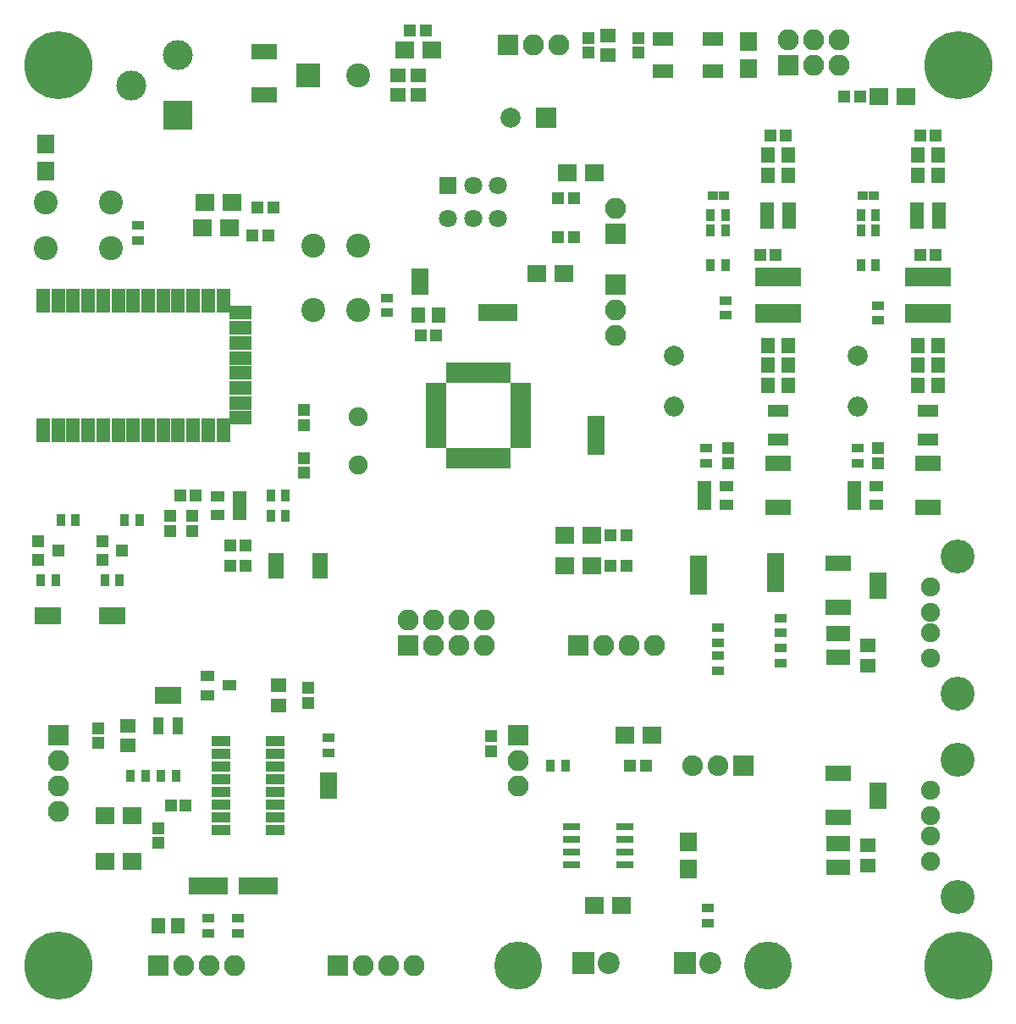
<source format=gbr>
G04 #@! TF.FileFunction,Soldermask,Top*
%FSLAX46Y46*%
G04 Gerber Fmt 4.6, Leading zero omitted, Abs format (unit mm)*
G04 Created by KiCad (PCBNEW 4.0.7) date 06/10/18 15:24:31*
%MOMM*%
%LPD*%
G01*
G04 APERTURE LIST*
%ADD10C,0.100000*%
%ADD11R,2.200000X1.400000*%
%ADD12R,1.400000X2.400000*%
%ADD13R,1.150000X1.200000*%
%ADD14R,1.200000X1.150000*%
%ADD15R,2.430000X1.540000*%
%ADD16R,1.670000X1.370000*%
%ADD17C,1.900000*%
%ADD18C,3.400000*%
%ADD19R,1.460000X1.050000*%
%ADD20R,0.900000X1.300000*%
%ADD21R,1.300000X0.900000*%
%ADD22R,1.460000X0.800000*%
%ADD23R,1.702400X0.752400*%
%ADD24R,3.000000X3.000000*%
%ADD25C,3.000000*%
%ADD26R,2.100000X2.100000*%
%ADD27O,2.100000X2.100000*%
%ADD28R,1.100000X1.700000*%
%ADD29R,2.000000X1.400000*%
%ADD30R,2.200000X2.200000*%
%ADD31C,2.200000*%
%ADD32R,1.650000X1.400000*%
%ADD33R,1.400000X1.650000*%
%ADD34R,2.400000X2.400000*%
%ADD35C,2.400000*%
%ADD36R,1.370000X1.670000*%
%ADD37R,1.300000X1.200000*%
%ADD38R,2.000000X0.950000*%
%ADD39R,0.950000X2.000000*%
%ADD40R,1.800000X1.800000*%
%ADD41C,1.800000*%
%ADD42R,1.000000X0.900000*%
%ADD43R,1.200000X1.200000*%
%ADD44R,4.600000X1.900000*%
%ADD45R,1.900000X1.700000*%
%ADD46R,1.700000X1.900000*%
%ADD47R,2.100000X1.300000*%
%ADD48C,2.000000*%
%ADD49O,2.000000X2.000000*%
%ADD50R,2.076400X2.076400*%
%ADD51C,2.076400*%
%ADD52R,1.950000X1.000000*%
%ADD53R,2.000000X2.000000*%
%ADD54C,6.800000*%
%ADD55R,2.498040X1.598880*%
%ADD56R,1.598880X2.498040*%
%ADD57C,4.800000*%
G04 APERTURE END LIST*
D10*
D11*
X73250000Y-90250000D03*
X73250000Y-88750000D03*
X73250000Y-87250000D03*
X73250000Y-85750000D03*
X73250000Y-84250000D03*
X73250000Y-82750000D03*
X73250000Y-81250000D03*
X73250000Y-79750000D03*
D12*
X53500000Y-91500000D03*
X55000000Y-91500000D03*
X56500000Y-91500000D03*
X58000000Y-91500000D03*
X59500000Y-91500000D03*
X61000000Y-91500000D03*
X62500000Y-91500000D03*
X64000000Y-91500000D03*
X65500000Y-91500000D03*
X67000000Y-91500000D03*
X68500000Y-91500000D03*
X70000000Y-91500000D03*
X71500000Y-91500000D03*
X71500000Y-78500000D03*
X70000000Y-78500000D03*
X68500000Y-78500000D03*
X67000000Y-78500000D03*
X65500000Y-78500000D03*
X64000000Y-78500000D03*
X62500000Y-78500000D03*
X61000000Y-78500000D03*
X59500000Y-78500000D03*
X58000000Y-78500000D03*
X56500000Y-78500000D03*
X55000000Y-78500000D03*
X53500000Y-78500000D03*
D13*
X108000000Y-52250000D03*
X108000000Y-53750000D03*
X113000000Y-52250000D03*
X113000000Y-53750000D03*
D14*
X127750000Y-62000000D03*
X126250000Y-62000000D03*
X126750000Y-74000000D03*
X125250000Y-74000000D03*
D13*
X59000000Y-122750000D03*
X59000000Y-121250000D03*
D14*
X66250000Y-129000000D03*
X67750000Y-129000000D03*
D13*
X65000000Y-132750000D03*
X65000000Y-131250000D03*
D14*
X142750000Y-62000000D03*
X141250000Y-62000000D03*
X142750000Y-74000000D03*
X141250000Y-74000000D03*
D13*
X137000000Y-93250000D03*
X137000000Y-94750000D03*
X122000000Y-93250000D03*
X122000000Y-94750000D03*
D15*
X133000000Y-111800000D03*
X133000000Y-114200000D03*
X133000000Y-132800000D03*
X133000000Y-135200000D03*
D16*
X82000000Y-126360000D03*
X82000000Y-127640000D03*
D17*
X142240000Y-107190000D03*
X142240000Y-109730000D03*
X142240000Y-111760000D03*
X142240000Y-114300000D03*
D18*
X144910000Y-104140000D03*
X144910000Y-117860000D03*
D17*
X142240000Y-127510000D03*
X142240000Y-130050000D03*
X142240000Y-132080000D03*
X142240000Y-134620000D03*
D18*
X144910000Y-124460000D03*
X144910000Y-138180000D03*
D19*
X69900000Y-116050000D03*
X72100000Y-117000000D03*
X69900000Y-117950000D03*
D20*
X121750000Y-75000000D03*
X120250000Y-75000000D03*
D21*
X121750000Y-80000000D03*
X121750000Y-78500000D03*
D20*
X121750000Y-71500000D03*
X120250000Y-71500000D03*
X120250000Y-70000000D03*
X121750000Y-70000000D03*
X66750000Y-126000000D03*
X65250000Y-126000000D03*
X63750000Y-126000000D03*
X62250000Y-126000000D03*
D21*
X82000000Y-122250000D03*
X82000000Y-123750000D03*
X63000000Y-72500000D03*
X63000000Y-71000000D03*
D20*
X105750000Y-125000000D03*
X104250000Y-125000000D03*
D21*
X120000000Y-140750000D03*
X120000000Y-139250000D03*
D20*
X136750000Y-75000000D03*
X135250000Y-75000000D03*
D21*
X137000000Y-80500000D03*
X137000000Y-79000000D03*
D20*
X136750000Y-71500000D03*
X135250000Y-71500000D03*
X135250000Y-70000000D03*
X136750000Y-70000000D03*
D21*
X119750000Y-93250000D03*
X119750000Y-94750000D03*
X134950000Y-93250000D03*
X134950000Y-94750000D03*
D22*
X128100000Y-70980000D03*
X128100000Y-70330000D03*
X128100000Y-69670000D03*
X128100000Y-69020000D03*
X125900000Y-69020000D03*
X125900000Y-69670000D03*
X125900000Y-70330000D03*
X125900000Y-70980000D03*
D23*
X106300000Y-131095000D03*
X106300000Y-132365000D03*
X106300000Y-133635000D03*
X106300000Y-134905000D03*
X111700000Y-134905000D03*
X111700000Y-133635000D03*
X111700000Y-132365000D03*
X111700000Y-131095000D03*
D22*
X143100000Y-70980000D03*
X143100000Y-70330000D03*
X143100000Y-69670000D03*
X143100000Y-69020000D03*
X140900000Y-69020000D03*
X140900000Y-69670000D03*
X140900000Y-70330000D03*
X140900000Y-70980000D03*
D13*
X80000000Y-117250000D03*
X80000000Y-118750000D03*
D24*
X67000000Y-60000000D03*
D25*
X67000000Y-54000000D03*
X62300000Y-57000000D03*
D26*
X65000000Y-145000000D03*
D27*
X67540000Y-145000000D03*
X70080000Y-145000000D03*
X72620000Y-145000000D03*
D26*
X90000000Y-113000000D03*
D27*
X90000000Y-110460000D03*
X92540000Y-113000000D03*
X92540000Y-110460000D03*
X95080000Y-113000000D03*
X95080000Y-110460000D03*
X97620000Y-113000000D03*
X97620000Y-110460000D03*
D28*
X65050000Y-121000000D03*
X66950000Y-121000000D03*
D21*
X121000000Y-111250000D03*
X121000000Y-112750000D03*
X121000000Y-114000000D03*
X121000000Y-115500000D03*
X127250000Y-110250000D03*
X127250000Y-111750000D03*
X127250000Y-113250000D03*
X127250000Y-114750000D03*
D29*
X120500000Y-55600000D03*
X120500000Y-52400000D03*
X115500000Y-55600000D03*
X115500000Y-52400000D03*
D26*
X100000000Y-53000000D03*
D27*
X102540000Y-53000000D03*
X105080000Y-53000000D03*
D30*
X107520000Y-144780000D03*
D31*
X110060000Y-144780000D03*
D30*
X117680000Y-144780000D03*
D31*
X120220000Y-144780000D03*
D32*
X89000000Y-56000000D03*
X89000000Y-58000000D03*
X91000000Y-56000000D03*
X91000000Y-58000000D03*
X110000000Y-54000000D03*
X110000000Y-52000000D03*
D33*
X67000000Y-141000000D03*
X65000000Y-141000000D03*
X93000000Y-80000000D03*
X91000000Y-80000000D03*
D14*
X91250000Y-82000000D03*
X92750000Y-82000000D03*
D13*
X79600000Y-89450000D03*
X79600000Y-90950000D03*
X79600000Y-95750000D03*
X79600000Y-94250000D03*
D34*
X80000000Y-56000000D03*
D35*
X85000000Y-56000000D03*
D33*
X126000000Y-64000000D03*
X128000000Y-64000000D03*
X126000000Y-66000000D03*
X128000000Y-66000000D03*
X126000000Y-83000000D03*
X128000000Y-83000000D03*
X126000000Y-85000000D03*
X128000000Y-85000000D03*
X126000000Y-87000000D03*
X128000000Y-87000000D03*
D32*
X62000000Y-121000000D03*
X62000000Y-123000000D03*
X77000000Y-117000000D03*
X77000000Y-119000000D03*
X136000000Y-115000000D03*
X136000000Y-113000000D03*
X136000000Y-135000000D03*
X136000000Y-133000000D03*
D33*
X141000000Y-64000000D03*
X143000000Y-64000000D03*
X141000000Y-66000000D03*
X143000000Y-66000000D03*
X141000000Y-83000000D03*
X143000000Y-83000000D03*
X141000000Y-85000000D03*
X143000000Y-85000000D03*
X141000000Y-87000000D03*
X143000000Y-87000000D03*
D14*
X73750000Y-105000000D03*
X72250000Y-105000000D03*
X73750000Y-103000000D03*
X72250000Y-103000000D03*
X68750000Y-98000000D03*
X67250000Y-98000000D03*
D13*
X68400000Y-100050000D03*
X68400000Y-101550000D03*
X66200000Y-100050000D03*
X66200000Y-101550000D03*
D36*
X68730000Y-137000000D03*
X70000000Y-137000000D03*
X71270000Y-137000000D03*
X76270000Y-137000000D03*
X75000000Y-137000000D03*
X73730000Y-137000000D03*
D16*
X108800000Y-90730000D03*
X108800000Y-92000000D03*
X108800000Y-93270000D03*
D36*
X97730000Y-79756000D03*
X99000000Y-79756000D03*
X100270000Y-79756000D03*
D37*
X59400000Y-102550000D03*
X59400000Y-104450000D03*
X61400000Y-103500000D03*
X53000000Y-102550000D03*
X53000000Y-104450000D03*
X55000000Y-103500000D03*
D21*
X70000000Y-141750000D03*
X70000000Y-140250000D03*
X73000000Y-141750000D03*
X73000000Y-140250000D03*
X87884000Y-78244000D03*
X87884000Y-79744000D03*
D20*
X76250000Y-98000000D03*
X77750000Y-98000000D03*
X76250000Y-100000000D03*
X77750000Y-100000000D03*
X59650000Y-106500000D03*
X61150000Y-106500000D03*
X53250000Y-106500000D03*
X54750000Y-106500000D03*
X61650000Y-100500000D03*
X63150000Y-100500000D03*
X55250000Y-100500000D03*
X56750000Y-100500000D03*
D38*
X92750000Y-87200000D03*
X92750000Y-88000000D03*
X92750000Y-88800000D03*
X92750000Y-89600000D03*
X92750000Y-90400000D03*
X92750000Y-91200000D03*
X92750000Y-92000000D03*
X92750000Y-92800000D03*
D39*
X94200000Y-94250000D03*
X95000000Y-94250000D03*
X95800000Y-94250000D03*
X96600000Y-94250000D03*
X97400000Y-94250000D03*
X98200000Y-94250000D03*
X99000000Y-94250000D03*
X99800000Y-94250000D03*
D38*
X101250000Y-92800000D03*
X101250000Y-92000000D03*
X101250000Y-91200000D03*
X101250000Y-90400000D03*
X101250000Y-89600000D03*
X101250000Y-88800000D03*
X101250000Y-88000000D03*
X101250000Y-87200000D03*
D39*
X99800000Y-85750000D03*
X99000000Y-85750000D03*
X98200000Y-85750000D03*
X97400000Y-85750000D03*
X96600000Y-85750000D03*
X95800000Y-85750000D03*
X95000000Y-85750000D03*
X94200000Y-85750000D03*
D19*
X73100000Y-99950000D03*
X73100000Y-99000000D03*
X73100000Y-98050000D03*
X70900000Y-98050000D03*
X70900000Y-99950000D03*
D17*
X85000000Y-95000000D03*
X85000000Y-90120000D03*
D26*
X55000000Y-122000000D03*
D27*
X55000000Y-124540000D03*
X55000000Y-127080000D03*
X55000000Y-129620000D03*
D26*
X110744000Y-76962000D03*
D27*
X110744000Y-79502000D03*
X110744000Y-82042000D03*
D26*
X110744000Y-71882000D03*
D27*
X110744000Y-69342000D03*
D26*
X83000000Y-145000000D03*
D27*
X85540000Y-145000000D03*
X88080000Y-145000000D03*
X90620000Y-145000000D03*
D35*
X80500000Y-73000000D03*
X85000000Y-73000000D03*
X80500000Y-79500000D03*
X85000000Y-79500000D03*
X53750000Y-73250000D03*
X53750000Y-68750000D03*
X60250000Y-73250000D03*
X60250000Y-68750000D03*
D40*
X94000000Y-67000000D03*
D41*
X96500000Y-67000000D03*
X99000000Y-67000000D03*
X94000000Y-70300000D03*
X96500000Y-70300000D03*
X99000000Y-70300000D03*
D26*
X128000000Y-55000000D03*
D27*
X128000000Y-52460000D03*
X130540000Y-55000000D03*
X130540000Y-52460000D03*
X133080000Y-55000000D03*
X133080000Y-52460000D03*
D36*
X61040000Y-110000000D03*
X59760000Y-110000000D03*
X54640000Y-110000000D03*
X53360000Y-110000000D03*
D13*
X98298000Y-122059000D03*
X98298000Y-123559000D03*
D16*
X126750000Y-104480000D03*
X126750000Y-105750000D03*
X126750000Y-107020000D03*
X119000000Y-104730000D03*
X119000000Y-106000000D03*
X119000000Y-107270000D03*
X91200000Y-77240000D03*
X91200000Y-75960000D03*
D26*
X101000000Y-122000000D03*
D27*
X101000000Y-124540000D03*
X101000000Y-127080000D03*
D36*
X66640000Y-118000000D03*
X65360000Y-118000000D03*
D16*
X137000000Y-106360000D03*
X137000000Y-107640000D03*
X137000000Y-127360000D03*
X137000000Y-128640000D03*
D26*
X107000000Y-113000000D03*
D27*
X109540000Y-113000000D03*
X112080000Y-113000000D03*
X114620000Y-113000000D03*
D42*
X121550000Y-68000000D03*
X120450000Y-68000000D03*
X136550000Y-68000000D03*
X135450000Y-68000000D03*
D43*
X133566000Y-58166000D03*
X135166000Y-58166000D03*
X91800000Y-51500000D03*
X90200000Y-51500000D03*
X104950000Y-68250000D03*
X106550000Y-68250000D03*
X105000000Y-72200000D03*
X106600000Y-72200000D03*
X111800000Y-102000000D03*
X110200000Y-102000000D03*
X111800000Y-105000000D03*
X110200000Y-105000000D03*
X74450000Y-72000000D03*
X76050000Y-72000000D03*
X113800000Y-125000000D03*
X112200000Y-125000000D03*
X74950000Y-69250000D03*
X76550000Y-69250000D03*
D44*
X127000000Y-76200000D03*
X127000000Y-79800000D03*
X142000000Y-76200000D03*
X142000000Y-79800000D03*
D45*
X92350000Y-53500000D03*
X89650000Y-53500000D03*
D46*
X124000000Y-55350000D03*
X124000000Y-52650000D03*
D45*
X108600000Y-65750000D03*
X105900000Y-65750000D03*
X105550000Y-75800000D03*
X102850000Y-75800000D03*
D47*
X127000000Y-92450000D03*
X127000000Y-89550000D03*
D45*
X62350000Y-130000000D03*
X59650000Y-130000000D03*
X62350000Y-134600000D03*
X59650000Y-134600000D03*
D47*
X142000000Y-92450000D03*
X142000000Y-89550000D03*
D48*
X116550000Y-84000000D03*
D49*
X116550000Y-89080000D03*
D48*
X134950000Y-84000000D03*
D49*
X134950000Y-89080000D03*
D45*
X108650000Y-139000000D03*
X111350000Y-139000000D03*
X111650000Y-122000000D03*
X114350000Y-122000000D03*
D46*
X118000000Y-135350000D03*
X118000000Y-132650000D03*
X53750000Y-65600000D03*
X53750000Y-62900000D03*
D50*
X123540000Y-125000000D03*
D51*
X121000000Y-125000000D03*
X118460000Y-125000000D03*
D52*
X71300000Y-122555000D03*
X71300000Y-123825000D03*
X71300000Y-125095000D03*
X71300000Y-126365000D03*
X71300000Y-127635000D03*
X71300000Y-128905000D03*
X71300000Y-130175000D03*
X71300000Y-131445000D03*
X76700000Y-131445000D03*
X76700000Y-130175000D03*
X76700000Y-128905000D03*
X76700000Y-127635000D03*
X76700000Y-126365000D03*
X76700000Y-125095000D03*
X76700000Y-123825000D03*
X76700000Y-122555000D03*
D19*
X119650000Y-97050000D03*
X119650000Y-98000000D03*
X119650000Y-98950000D03*
X121850000Y-98950000D03*
X121850000Y-97050000D03*
X134650000Y-97050000D03*
X134650000Y-98000000D03*
X134650000Y-98950000D03*
X136850000Y-98950000D03*
X136850000Y-97050000D03*
D45*
X72100000Y-71250000D03*
X69400000Y-71250000D03*
X72350000Y-68750000D03*
X69650000Y-68750000D03*
X108350000Y-102000000D03*
X105650000Y-102000000D03*
X108350000Y-105000000D03*
X105650000Y-105000000D03*
X137080000Y-58166000D03*
X139780000Y-58166000D03*
D53*
X103750000Y-60250000D03*
D48*
X100250000Y-60250000D03*
D54*
X145000000Y-145000000D03*
X55000000Y-145000000D03*
X145000000Y-55000000D03*
X55000000Y-55000000D03*
D55*
X75600000Y-57999640D03*
X75600000Y-53600360D03*
X127000000Y-99199640D03*
X127000000Y-94800360D03*
X133000000Y-109199640D03*
X133000000Y-104800360D03*
X133000000Y-130199640D03*
X133000000Y-125800360D03*
X142000000Y-99199640D03*
X142000000Y-94800360D03*
D56*
X76800360Y-105000000D03*
X81199640Y-105000000D03*
D57*
X126000000Y-145000000D03*
X101000000Y-145000000D03*
M02*

</source>
